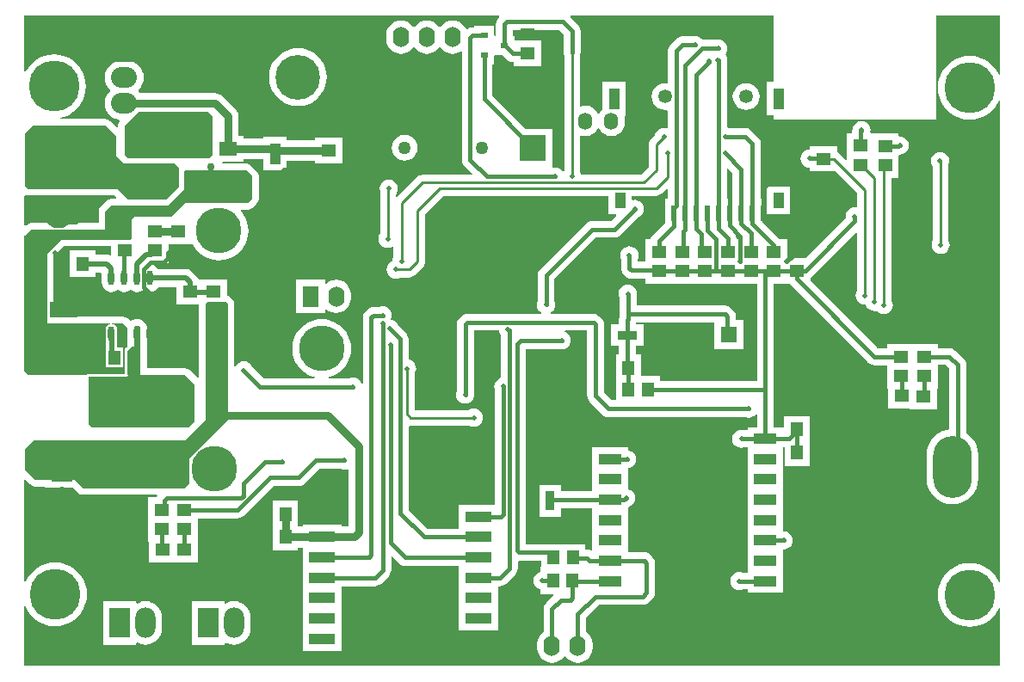
<source format=gtl>
G04*
G04 #@! TF.GenerationSoftware,Altium Limited,Altium Designer,20.2.6 (244)*
G04*
G04 Layer_Physical_Order=1*
G04 Layer_Color=255*
%FSTAX24Y24*%
%MOIN*%
G70*
G04*
G04 #@! TF.SameCoordinates,20AB1978-7CCD-4664-BF1E-2587ED644C09*
G04*
G04*
G04 #@! TF.FilePolarity,Positive*
G04*
G01*
G75*
%ADD12C,0.0100*%
%ADD22R,0.0394X0.0787*%
%ADD23R,0.0197X0.0591*%
%ADD24R,0.0394X0.0591*%
%ADD25R,0.0551X0.0472*%
%ADD26R,0.0350X0.0750*%
%ADD28R,0.1102X0.0433*%
%ADD29R,0.1024X0.0433*%
%ADD30R,0.0984X0.0984*%
%ADD31R,0.0550X0.0500*%
%ADD32R,0.0886X0.0394*%
%ADD33R,0.0472X0.0551*%
%ADD34R,0.1063X0.0630*%
%ADD35R,0.0630X0.1063*%
%ADD36O,0.0236X0.0571*%
%ADD37R,0.0394X0.0787*%
%ADD38R,0.0750X0.0350*%
G04:AMPARAMS|DCode=39|XSize=287.4mil|YSize=157.5mil|CornerRadius=0mil|HoleSize=0mil|Usage=FLASHONLY|Rotation=180.000|XOffset=0mil|YOffset=0mil|HoleType=Round|Shape=Octagon|*
%AMOCTAGOND39*
4,1,8,-0.1437,0.0394,-0.1437,-0.0394,-0.1043,-0.0787,0.1043,-0.0787,0.1437,-0.0394,0.1437,0.0394,0.1043,0.0787,-0.1043,0.0787,-0.1437,0.0394,0.0*
%
%ADD39OCTAGOND39*%

%ADD40R,0.0900X0.0640*%
%ADD41R,0.0709X0.0531*%
%ADD42R,0.0858X0.0675*%
%ADD80R,0.0276X0.0236*%
%ADD81C,0.0150*%
%ADD82C,0.0200*%
%ADD83C,0.0300*%
%ADD84C,0.0531*%
%ADD85O,0.0551X0.0669*%
%ADD86R,0.0630X0.0630*%
%ADD87R,0.0787X0.1181*%
%ADD88O,0.0787X0.1181*%
%ADD89O,0.1500X0.2400*%
%ADD90R,0.1500X0.2400*%
%ADD91O,0.0630X0.0787*%
%ADD92R,0.0630X0.0787*%
%ADD93C,0.0787*%
%ADD94C,0.1102*%
%ADD95R,0.1000X0.0800*%
%ADD96O,0.1000X0.0800*%
%ADD97C,0.1732*%
%ADD98R,0.0787X0.0787*%
%ADD99C,0.0200*%
%ADD100C,0.0300*%
%ADD101C,0.0500*%
%ADD102C,0.1772*%
%ADD103C,0.1969*%
G36*
X019226Y025514D02*
X019186Y025474D01*
X019134Y025406D01*
X019101Y025327D01*
X019095Y025285D01*
X01909Y025242D01*
Y024782D01*
X01903D01*
X019018Y024827D01*
Y025156D01*
X018242D01*
Y025116D01*
X018178D01*
X018135Y02511D01*
X018093Y025105D01*
X018014Y025072D01*
X017978Y025044D01*
X017975Y025043D01*
X017917Y025061D01*
X017903Y025094D01*
X017813Y025212D01*
X017695Y025302D01*
X017557Y025359D01*
X01741Y025379D01*
X017263Y025359D01*
X017125Y025302D01*
X017007Y025212D01*
X016942Y025126D01*
X016878D01*
X016813Y025212D01*
X016695Y025302D01*
X016557Y025359D01*
X01641Y025379D01*
X016263Y025359D01*
X016125Y025302D01*
X016007Y025212D01*
X015942Y025126D01*
X015878D01*
X015813Y025212D01*
X015695Y025302D01*
X015557Y025359D01*
X01541Y025379D01*
X015263Y025359D01*
X015125Y025302D01*
X015007Y025212D01*
X014917Y025094D01*
X01486Y024956D01*
X01484Y024809D01*
Y024651D01*
X01486Y024504D01*
X014917Y024366D01*
X015007Y024248D01*
X015125Y024158D01*
X015263Y024101D01*
X01541Y024081D01*
X015557Y024101D01*
X015695Y024158D01*
X015813Y024248D01*
X015878Y024334D01*
X015942D01*
X016007Y024248D01*
X016125Y024158D01*
X016263Y024101D01*
X01641Y024081D01*
X016557Y024101D01*
X016695Y024158D01*
X016813Y024248D01*
X016878Y024334D01*
X016942D01*
X017007Y024248D01*
X017125Y024158D01*
X017263Y024101D01*
X01741Y024081D01*
X017557Y024101D01*
X017695Y024158D01*
X017717Y024175D01*
X017762Y024153D01*
Y01998D01*
X017768Y019938D01*
X017773Y019895D01*
X017806Y019816D01*
X017858Y019748D01*
X018168Y019439D01*
X018148Y019393D01*
X01623D01*
X016152Y019382D01*
X016079Y019352D01*
X016016Y019304D01*
X015253Y018541D01*
X015203Y018561D01*
Y018627D01*
X015246Y018683D01*
X015281Y018769D01*
X015293Y01886D01*
X015281Y018951D01*
X015246Y019037D01*
X01519Y01911D01*
X015117Y019166D01*
X015031Y019201D01*
X01494Y019213D01*
X014849Y019201D01*
X014763Y019166D01*
X01469Y01911D01*
X014634Y019037D01*
X014599Y018951D01*
X014587Y01886D01*
X014597Y018781D01*
Y017091D01*
X014594Y017087D01*
X014559Y017001D01*
X014547Y01691D01*
X014559Y016819D01*
X014594Y016733D01*
X01465Y01666D01*
X014723Y016604D01*
X014809Y016569D01*
X0149Y016557D01*
X014991Y016569D01*
X015077Y016604D01*
X015083Y016609D01*
X015127Y016587D01*
Y016211D01*
X015124Y016207D01*
X015089Y016121D01*
X015079Y016045D01*
X015033Y016026D01*
X01496Y01597D01*
X014904Y015897D01*
X014869Y015811D01*
X014857Y01572D01*
X014869Y015629D01*
X014904Y015543D01*
X01496Y01547D01*
X015033Y015414D01*
X015119Y015379D01*
X01521Y015367D01*
X015301Y015379D01*
X015387Y015414D01*
X015391Y015417D01*
X01573D01*
X015808Y015428D01*
X015881Y015458D01*
X015944Y015506D01*
X016254Y015816D01*
X016302Y015879D01*
X016332Y015952D01*
X016343Y01603D01*
Y017875D01*
X017045Y018577D01*
X023451D01*
Y017859D01*
X02373D01*
X023749Y017813D01*
X023544Y017608D01*
X02282D01*
X022735Y017597D01*
X022656Y017564D01*
X022588Y017512D01*
X020798Y015722D01*
X020746Y015654D01*
X020713Y015575D01*
X020708Y015532D01*
X020702Y01549D01*
Y014483D01*
X020689Y014451D01*
X020677Y01436D01*
X020689Y014269D01*
X020724Y014183D01*
X02078Y01411D01*
X020849Y014058D01*
X020849Y014042D01*
X020835Y014008D01*
X017988D01*
X017945Y014002D01*
X017903Y013997D01*
X017824Y013964D01*
X017756Y013912D01*
X017668Y013824D01*
X017616Y013756D01*
X017583Y013677D01*
X017578Y013635D01*
X017572Y013592D01*
Y011003D01*
X017559Y010971D01*
X017547Y01088D01*
X017559Y010789D01*
X017594Y010703D01*
X01765Y01063D01*
X017723Y010574D01*
X017809Y010539D01*
X0179Y010527D01*
X017991Y010539D01*
X018077Y010574D01*
X01815Y01063D01*
X018206Y010703D01*
X018241Y010789D01*
X018253Y01088D01*
X018241Y010971D01*
X018228Y011003D01*
Y013352D01*
X019207D01*
X019212Y013316D01*
X019247Y013231D01*
X019277Y013191D01*
Y011526D01*
X019203Y011496D01*
X01913Y01144D01*
X019074Y011367D01*
X019039Y011281D01*
X019027Y01119D01*
X019039Y011099D01*
X019042Y011091D01*
Y006605D01*
X01766D01*
Y005679D01*
X016435D01*
X015698Y006416D01*
Y009642D01*
X015748Y009683D01*
X01579Y009677D01*
X018049D01*
X018053Y009674D01*
X018139Y009639D01*
X01823Y009627D01*
X018321Y009639D01*
X018407Y009674D01*
X01848Y00973D01*
X018536Y009803D01*
X018571Y009889D01*
X018583Y00998D01*
X018571Y010071D01*
X018536Y010157D01*
X01848Y01023D01*
X018407Y010286D01*
X018321Y010321D01*
X01823Y010333D01*
X018139Y010321D01*
X018053Y010286D01*
X018049Y010283D01*
X015953D01*
Y011699D01*
X015956Y011703D01*
X015991Y011789D01*
X016003Y01188D01*
X015991Y011971D01*
X015956Y012057D01*
X0159Y01213D01*
X015827Y012186D01*
X015741Y012221D01*
X015698Y012227D01*
Y01303D01*
X015687Y013115D01*
X015654Y013194D01*
X015602Y013262D01*
X015299Y013565D01*
X015286Y013597D01*
X01523Y01367D01*
X015157Y013726D01*
X015071Y013761D01*
X015051Y013764D01*
X015023Y013816D01*
X015041Y013859D01*
X015053Y01395D01*
X015041Y014041D01*
X015006Y014127D01*
X01495Y0142D01*
X014877Y014256D01*
X014791Y014291D01*
X0147Y014303D01*
X014609Y014291D01*
X014577Y014278D01*
X01435D01*
X014265Y014267D01*
X014186Y014234D01*
X014118Y014182D01*
X014028Y014092D01*
X013976Y014024D01*
X013943Y013945D01*
X013938Y013902D01*
X013932Y01386D01*
Y011303D01*
X013882Y011293D01*
X013856Y011357D01*
X0138Y01143D01*
X013727Y011486D01*
X013641Y011521D01*
X01355Y011533D01*
X013459Y011521D01*
X013427Y011508D01*
X01262D01*
X012615Y011558D01*
X012692Y011576D01*
X012857Y011645D01*
X01301Y011738D01*
X013146Y011854D01*
X013262Y01199D01*
X013355Y012143D01*
X013424Y012308D01*
X013465Y012482D01*
X013479Y01266D01*
X013465Y012838D01*
X013424Y013012D01*
X013355Y013177D01*
X013262Y01333D01*
X013146Y013466D01*
X01301Y013582D01*
X012857Y013675D01*
X012692Y013744D01*
X012518Y013785D01*
X01234Y013799D01*
X012162Y013785D01*
X011988Y013744D01*
X011823Y013675D01*
X01167Y013582D01*
X011534Y013466D01*
X011418Y01333D01*
X011325Y013177D01*
X011256Y013012D01*
X011215Y012838D01*
X011201Y01266D01*
X011215Y012482D01*
X011256Y012308D01*
X011325Y012143D01*
X011418Y01199D01*
X011534Y011854D01*
X01167Y011738D01*
X011823Y011645D01*
X011988Y011576D01*
X012065Y011558D01*
X01206Y011508D01*
X010086D01*
X009639Y011955D01*
X009626Y011987D01*
X00957Y01206D01*
X009497Y012116D01*
X009411Y012151D01*
X00932Y012163D01*
X009229Y012151D01*
X009143Y012116D01*
X00907Y01206D01*
X009014Y011987D01*
X009005Y011964D01*
X008955Y011974D01*
X008955Y01439D01*
X008935Y014488D01*
X00888Y01457D01*
X00881Y01464D01*
X008728Y014696D01*
X008666Y014708D01*
Y015344D01*
X007562D01*
X007536Y015407D01*
X00748Y01548D01*
X007324Y015635D01*
X007251Y015691D01*
X007166Y015727D01*
X007074Y015739D01*
X006011D01*
X005953Y015816D01*
X005876Y015875D01*
X005818Y015898D01*
X005807Y015957D01*
X005817Y015966D01*
X006416D01*
Y016716D01*
X007312D01*
X007352Y016692D01*
X007438Y01655D01*
X007554Y016414D01*
X00769Y016298D01*
X007843Y016205D01*
X008008Y016136D01*
X008182Y016095D01*
X00836Y016081D01*
X008538Y016095D01*
X008712Y016136D01*
X008877Y016205D01*
X00903Y016298D01*
X009166Y016414D01*
X009282Y01655D01*
X009375Y016703D01*
X009444Y016868D01*
X009485Y017042D01*
X009499Y01722D01*
X009485Y017398D01*
X009444Y017572D01*
X009375Y017737D01*
X009282Y01789D01*
X0092Y017985D01*
X009223Y018035D01*
X00948D01*
X009578Y018054D01*
X00966Y01811D01*
X00982Y01827D01*
X009875Y018352D01*
X009895Y01845D01*
Y01937D01*
X009875Y019468D01*
X00982Y01955D01*
X00962Y01975D01*
X009538Y019806D01*
X00944Y019825D01*
X008473D01*
X008468Y019834D01*
X008498Y019884D01*
X009314D01*
Y019996D01*
X010093D01*
Y019564D01*
X010987D01*
Y019932D01*
X012088D01*
Y01985D01*
X01314D01*
Y020822D01*
X012088D01*
Y020739D01*
X010987D01*
Y020852D01*
X010093D01*
Y020803D01*
X009314D01*
Y020915D01*
X009113D01*
Y02166D01*
X009113Y02166D01*
X0091Y021764D01*
X009059Y021862D01*
X008995Y021945D01*
X008995Y021945D01*
X008495Y022445D01*
X008412Y022509D01*
X008314Y02255D01*
X00821Y022563D01*
X00821Y022563D01*
X0053D01*
X005252Y022622D01*
X005236Y022635D01*
Y022685D01*
X005252Y022698D01*
X005333Y022797D01*
X005393Y02291D01*
X005431Y023033D01*
X005443Y02316D01*
X005431Y023287D01*
X005393Y02341D01*
X005333Y023523D01*
X005252Y023622D01*
X005153Y023703D01*
X00504Y023763D01*
X004917Y023801D01*
X00479Y023813D01*
X00459D01*
X004463Y023801D01*
X00434Y023763D01*
X004227Y023703D01*
X004128Y023622D01*
X004047Y023523D01*
X003987Y02341D01*
X003949Y023287D01*
X003937Y02316D01*
X003949Y023033D01*
X003987Y02291D01*
X004047Y022797D01*
X004128Y022698D01*
X004144Y022685D01*
Y022635D01*
X004128Y022622D01*
X004047Y022523D01*
X003987Y02241D01*
X003949Y022287D01*
X003937Y02216D01*
X003949Y022033D01*
X003987Y02191D01*
X004047Y021797D01*
X004128Y021698D01*
X004227Y021617D01*
X00434Y021557D01*
X004463Y021519D01*
X004504Y021515D01*
X004505Y021512D01*
X004516Y021464D01*
X004464Y021388D01*
X004445Y02129D01*
Y021241D01*
X004399Y021222D01*
X00414Y02148D01*
X004058Y021535D01*
X00396Y021555D01*
X002202D01*
X002196Y021605D01*
X002353Y021643D01*
X002532Y021717D01*
X002698Y021818D01*
X002845Y021945D01*
X002972Y022092D01*
X003073Y022258D01*
X003147Y022437D01*
X003193Y022626D01*
X003208Y02282D01*
X003193Y023014D01*
X003147Y023203D01*
X003073Y023382D01*
X002972Y023548D01*
X002845Y023695D01*
X002698Y023822D01*
X002532Y023923D01*
X002353Y023997D01*
X002164Y024043D01*
X00197Y024058D01*
X001776Y024043D01*
X001587Y023997D01*
X001408Y023923D01*
X001242Y023822D01*
X001095Y023695D01*
X000968Y023548D01*
X000873Y023391D01*
X000823Y023398D01*
Y02556D01*
X019207D01*
X019226Y025514D01*
D02*
G37*
G36*
X021712Y024844D02*
Y02414D01*
X021723Y024055D01*
X021737Y024021D01*
Y019548D01*
X021719Y01953D01*
X021654Y019535D01*
X021629Y019569D01*
X021556Y019625D01*
X02147Y01966D01*
X021379Y019672D01*
X021302Y019662D01*
X021271Y019698D01*
X021268Y019706D01*
Y021182D01*
X020247D01*
X018958Y022472D01*
Y023672D01*
X019018D01*
Y024001D01*
X01903Y024046D01*
X019342D01*
X019519Y023868D01*
X019587Y023816D01*
X019666Y023783D01*
X019751Y023772D01*
X019794D01*
Y023614D01*
X020846D01*
Y024586D01*
X019805D01*
Y024782D01*
X019745D01*
Y025002D01*
X021554D01*
X021712Y024844D01*
D02*
G37*
G36*
X038618Y023282D02*
X038568Y023272D01*
X038543Y023332D01*
X038442Y023498D01*
X038315Y023645D01*
X038168Y023772D01*
X038002Y023873D01*
X037823Y023947D01*
X037634Y023993D01*
X03744Y024008D01*
X037246Y023993D01*
X037057Y023947D01*
X036878Y023873D01*
X036712Y023772D01*
X036565Y023645D01*
X036438Y023498D01*
X036337Y023332D01*
X036263Y023153D01*
X036217Y022964D01*
X036202Y02277D01*
X036217Y022576D01*
X036263Y022387D01*
X036337Y022208D01*
X036438Y022042D01*
X036565Y021895D01*
X036712Y021768D01*
X036878Y021667D01*
X037057Y021593D01*
X037246Y021547D01*
X03744Y021532D01*
X037634Y021547D01*
X037823Y021593D01*
X038002Y021667D01*
X038168Y021768D01*
X038315Y021895D01*
X038442Y022042D01*
X038543Y022208D01*
X038568Y022268D01*
X038618Y022258D01*
Y003622D01*
X038568Y003612D01*
X038543Y003672D01*
X038442Y003838D01*
X038315Y003985D01*
X038168Y004112D01*
X038002Y004213D01*
X037823Y004287D01*
X037634Y004333D01*
X03744Y004348D01*
X037246Y004333D01*
X037057Y004287D01*
X036878Y004213D01*
X036712Y004112D01*
X036565Y003985D01*
X036438Y003838D01*
X036337Y003672D01*
X036263Y003493D01*
X036217Y003304D01*
X036202Y00311D01*
X036217Y002916D01*
X036263Y002727D01*
X036337Y002548D01*
X036438Y002382D01*
X036565Y002235D01*
X036712Y002108D01*
X036878Y002007D01*
X037057Y001933D01*
X037246Y001887D01*
X03744Y001872D01*
X037634Y001887D01*
X037823Y001933D01*
X038002Y002007D01*
X038168Y002108D01*
X038315Y002235D01*
X038442Y002382D01*
X038543Y002548D01*
X038568Y002608D01*
X038618Y002598D01*
Y000364D01*
X000823D01*
Y002651D01*
X000873Y002661D01*
X000907Y002578D01*
X001008Y002412D01*
X001135Y002265D01*
X001282Y002138D01*
X001448Y002037D01*
X001627Y001963D01*
X001816Y001917D01*
X00201Y001902D01*
X002204Y001917D01*
X002393Y001963D01*
X002572Y002037D01*
X002738Y002138D01*
X002885Y002265D01*
X003012Y002412D01*
X003113Y002578D01*
X003187Y002757D01*
X003233Y002946D01*
X003248Y00314D01*
X003233Y003334D01*
X003187Y003523D01*
X003113Y003702D01*
X003012Y003868D01*
X002885Y004015D01*
X002738Y004142D01*
X002572Y004243D01*
X002393Y004317D01*
X002204Y004363D01*
X00201Y004378D01*
X001816Y004363D01*
X001627Y004317D01*
X001448Y004243D01*
X001282Y004142D01*
X001135Y004015D01*
X001008Y003868D01*
X000907Y003702D01*
X000873Y003619D01*
X000823Y003629D01*
Y007552D01*
X000869Y007571D01*
X00105Y00739D01*
X001132Y007335D01*
X00123Y007315D01*
X001626D01*
Y007256D01*
X002723D01*
X00291Y00707D01*
X002992Y007015D01*
X00309Y006995D01*
X005945D01*
X005967Y00695D01*
X005956Y006936D01*
X005938Y006892D01*
X005608D01*
Y00592D01*
Y005171D01*
X005655D01*
Y00436D01*
X006705D01*
Y00437D01*
X007545D01*
Y005171D01*
X007548D01*
Y00592D01*
Y006078D01*
X009086D01*
X009128Y006084D01*
X009171Y006089D01*
X00925Y006122D01*
X009318Y006174D01*
X010476Y007332D01*
X01145D01*
X011492Y007338D01*
X011535Y007343D01*
X011614Y007376D01*
X011682Y007428D01*
X012246Y007992D01*
X013097D01*
X013129Y007979D01*
X01322Y007967D01*
X013311Y007979D01*
X013345Y007993D01*
X013387Y007965D01*
Y005754D01*
X01312D01*
Y005818D01*
X011597D01*
Y005754D01*
X011422D01*
Y005884D01*
Y006763D01*
X01045D01*
Y005712D01*
Y004833D01*
X011422D01*
Y004948D01*
X011597D01*
Y004097D01*
Y00331D01*
Y002522D01*
Y001735D01*
Y000948D01*
X01312D01*
Y001735D01*
Y002522D01*
Y00331D01*
Y003449D01*
X014396D01*
X014439Y003454D01*
X014481Y00346D01*
X01456Y003492D01*
X014628Y003545D01*
X014932Y003848D01*
X014984Y003916D01*
X015017Y003995D01*
X015028Y00408D01*
Y004593D01*
X015074Y004612D01*
X015355Y004332D01*
X015422Y00428D01*
X015501Y004247D01*
X015586Y004236D01*
X01766D01*
Y004097D01*
Y00331D01*
Y002522D01*
Y001735D01*
X019183D01*
Y002522D01*
Y00331D01*
Y003449D01*
X019256D01*
X019298Y003454D01*
X019341Y00346D01*
X01942Y003492D01*
X019488Y003545D01*
X019837Y003894D01*
X019889Y003961D01*
X019922Y004041D01*
X019933Y004125D01*
Y004385D01*
X019983Y004426D01*
X019988Y004426D01*
X020828D01*
Y00419D01*
X020818D01*
Y004007D01*
X020799Y004005D01*
X020713Y00397D01*
X02064Y003914D01*
X020584Y00384D01*
X020549Y003755D01*
X020537Y003664D01*
X020549Y003573D01*
X020584Y003487D01*
X02064Y003414D01*
X020713Y003358D01*
X020799Y003323D01*
X020818Y00332D01*
Y003138D01*
X021299D01*
X021319Y003092D01*
X021028Y002802D01*
X020976Y002734D01*
X020943Y002655D01*
X020938Y002612D01*
X020932Y00257D01*
Y001669D01*
X020857Y001612D01*
X020767Y001494D01*
X02071Y001356D01*
X02069Y001209D01*
Y001051D01*
X02071Y000904D01*
X020767Y000766D01*
X020857Y000648D01*
X020975Y000558D01*
X021113Y000501D01*
X02126Y000481D01*
X021407Y000501D01*
X021545Y000558D01*
X021663Y000648D01*
X021728Y000734D01*
X021792D01*
X021857Y000648D01*
X021975Y000558D01*
X022113Y000501D01*
X02226Y000481D01*
X022407Y000501D01*
X022545Y000558D01*
X022663Y000648D01*
X022753Y000766D01*
X02281Y000904D01*
X02283Y001051D01*
Y001209D01*
X02281Y001356D01*
X022753Y001494D01*
X022663Y001612D01*
X022588Y001669D01*
Y002244D01*
X023066Y002722D01*
X02477D01*
X024812Y002728D01*
X024855Y002733D01*
X024934Y002766D01*
X025002Y002818D01*
X025152Y002968D01*
X025204Y003036D01*
X025237Y003115D01*
X025242Y003158D01*
X025248Y0032D01*
Y00435D01*
X025237Y004434D01*
X025204Y004513D01*
X025152Y004581D01*
X025064Y004669D01*
X024996Y004721D01*
X024917Y004754D01*
X024875Y00476D01*
X024832Y004765D01*
X024213D01*
Y005565D01*
Y006353D01*
Y006511D01*
X024224Y006516D01*
X024271Y006552D01*
X024311Y006568D01*
X024384Y006624D01*
X02444Y006697D01*
X024475Y006783D01*
X024487Y006874D01*
X024475Y006965D01*
X02444Y00705D01*
X024384Y007124D01*
X024311Y00718D01*
X024226Y007215D01*
X024213Y007217D01*
Y007928D01*
Y008028D01*
X024257Y008033D01*
X024342Y008069D01*
X024415Y008125D01*
X024471Y008198D01*
X024507Y008283D01*
X024519Y008374D01*
X024507Y008466D01*
X024471Y008551D01*
X024415Y008624D01*
X024342Y00868D01*
X024257Y008715D01*
X024213Y008721D01*
Y008821D01*
X022827D01*
Y007928D01*
Y007127D01*
X021615D01*
Y007377D01*
X020765D01*
Y006127D01*
X021615D01*
Y006472D01*
X022827D01*
Y006353D01*
Y005565D01*
Y004846D01*
X022777Y004827D01*
X022705Y004857D01*
X022662Y004862D01*
X02262Y004868D01*
X022548D01*
Y005078D01*
X021174D01*
X021153Y005081D01*
X020228D01*
Y01264D01*
X021528D01*
X021536Y012637D01*
X021628Y012625D01*
X021719Y012637D01*
X021804Y012672D01*
X021877Y012728D01*
X021934Y012801D01*
X021969Y012886D01*
X021981Y012978D01*
X021969Y013069D01*
X021934Y013154D01*
X021877Y013227D01*
X021804Y013284D01*
X021759Y013302D01*
X021769Y013352D01*
X022622D01*
Y01083D01*
X022628Y010788D01*
X022633Y010745D01*
X022666Y010666D01*
X022718Y010598D01*
X023218Y010098D01*
X023286Y010046D01*
X023365Y010013D01*
X02345Y010002D01*
X028757D01*
X028789Y009989D01*
X02888Y009977D01*
X028971Y009989D01*
X029057Y010024D01*
X02913Y01008D01*
X029146Y010102D01*
X029196Y010085D01*
Y009609D01*
X028831D01*
Y009489D01*
X028721D01*
X028691Y009501D01*
X0286Y009513D01*
X028509Y009501D01*
X028423Y009466D01*
X02835Y00941D01*
X028294Y009337D01*
X028259Y009251D01*
X028247Y00916D01*
X028259Y009069D01*
X028294Y008983D01*
X02835Y00891D01*
X028423Y008854D01*
X028509Y008819D01*
X0286Y008807D01*
X028691Y008819D01*
X028725Y008833D01*
X028831D01*
Y008715D01*
Y007928D01*
Y00714D01*
Y006353D01*
Y005565D01*
Y004778D01*
Y003978D01*
X028645D01*
X028614Y003991D01*
X028522Y004003D01*
X028431Y003991D01*
X028346Y003956D01*
X028273Y0039D01*
X028217Y003827D01*
X028181Y003741D01*
X028169Y00365D01*
X028181Y003559D01*
X028217Y003473D01*
X028273Y0034D01*
X028346Y003344D01*
X028431Y003309D01*
X028522Y003297D01*
X028614Y003309D01*
X028645Y003322D01*
X028831D01*
Y003203D01*
X030217D01*
Y003991D01*
Y004851D01*
X03024Y004872D01*
X030331Y004884D01*
X030417Y004919D01*
X03049Y004975D01*
X030546Y005048D01*
X030581Y005133D01*
X030593Y005225D01*
X030581Y005316D01*
X030546Y005401D01*
X03049Y005474D01*
X030417Y005531D01*
X030331Y005566D01*
X03024Y005578D01*
X030217Y005598D01*
Y006353D01*
Y00714D01*
Y007928D01*
Y008715D01*
Y008834D01*
X030271D01*
Y008114D01*
X031244D01*
Y009165D01*
X031234D01*
Y010044D01*
X030261D01*
Y009622D01*
X030217Y009609D01*
Y009609D01*
X029852D01*
Y01107D01*
Y015178D01*
X03038D01*
Y015181D01*
X030462D01*
X03051Y01512D01*
X033525Y012104D01*
X033593Y012052D01*
X033672Y012019D01*
X033757Y012008D01*
X034248D01*
Y01185D01*
Y011101D01*
X034285D01*
Y01033D01*
X035125D01*
Y01031D01*
X036175D01*
Y011111D01*
X0362D01*
Y01186D01*
Y012018D01*
X036518D01*
X036652Y011884D01*
Y009523D01*
X036574Y009516D01*
X036385Y009458D01*
X036212Y009365D01*
X036059Y009241D01*
X035935Y009088D01*
X035842Y008915D01*
X035784Y008726D01*
X035765Y00853D01*
Y00763D01*
X035784Y007434D01*
X035842Y007245D01*
X035935Y007072D01*
X036059Y006919D01*
X036212Y006795D01*
X036385Y006702D01*
X036574Y006644D01*
X03677Y006625D01*
X036966Y006644D01*
X037155Y006702D01*
X037328Y006795D01*
X037481Y006919D01*
X037605Y007072D01*
X037698Y007245D01*
X037756Y007434D01*
X037775Y00763D01*
Y00853D01*
X037756Y008726D01*
X037698Y008915D01*
X037605Y009088D01*
X037481Y009241D01*
X037328Y009365D01*
X037308Y009376D01*
Y01202D01*
X037302Y012062D01*
X037297Y012105D01*
X037264Y012184D01*
X037212Y012252D01*
X036886Y012578D01*
X036818Y01263D01*
X036739Y012662D01*
X036697Y012668D01*
X036654Y012674D01*
X0362D01*
Y012832D01*
X035148D01*
Y012822D01*
X034248D01*
Y012664D01*
X033893D01*
X031267Y015289D01*
Y015411D01*
X0313Y015436D01*
X033031Y017168D01*
X033077Y017148D01*
Y014891D01*
X033074Y014887D01*
X033039Y014801D01*
X033027Y01471D01*
X033039Y014619D01*
X033074Y014533D01*
X03313Y01446D01*
X033203Y014404D01*
X033289Y014369D01*
X03338Y014357D01*
X033422Y014362D01*
X033454Y014283D01*
X03351Y01421D01*
X033583Y014154D01*
X033669Y014119D01*
X03376Y014107D01*
X03384Y014117D01*
X03386Y01409D01*
X033933Y014034D01*
X034019Y013999D01*
X03411Y013987D01*
X034201Y013999D01*
X034287Y014034D01*
X03436Y01409D01*
X034416Y014163D01*
X034451Y014249D01*
X034463Y01434D01*
X034451Y014431D01*
X034416Y014517D01*
X034413Y014521D01*
Y019268D01*
X034692D01*
Y020016D01*
Y020141D01*
X03473Y020177D01*
X034821Y020189D01*
X034907Y020224D01*
X03498Y02028D01*
X035036Y020353D01*
X035071Y020439D01*
X035083Y02053D01*
X035071Y020621D01*
X035036Y020707D01*
X03498Y02078D01*
X034907Y020836D01*
X034821Y020871D01*
X03473Y020883D01*
X034729Y020883D01*
X034692Y020916D01*
Y020989D01*
X033742D01*
Y021009D01*
X033627D01*
X033594Y021058D01*
X033603Y02113D01*
X033591Y021221D01*
X033556Y021307D01*
X0335Y02138D01*
X033427Y021436D01*
X033341Y021471D01*
X03325Y021483D01*
X033159Y021471D01*
X033073Y021436D01*
X033Y02138D01*
X032944Y021307D01*
X032909Y021221D01*
X032903Y021176D01*
X032899Y021167D01*
X032894Y021125D01*
X032888Y021083D01*
Y021009D01*
X03269D01*
Y019983D01*
X032644Y019964D01*
X032388Y02022D01*
X032326Y020268D01*
X03231Y020274D01*
Y020492D01*
X031258D01*
Y020389D01*
X03124Y020373D01*
X031149Y020361D01*
X031063Y020326D01*
X03099Y02027D01*
X030934Y020197D01*
X030899Y020111D01*
X030887Y02002D01*
X030899Y019929D01*
X030934Y019843D01*
X03099Y01977D01*
X031063Y019714D01*
X031149Y019679D01*
X03124Y019667D01*
X031258Y019651D01*
Y01952D01*
X032233D01*
X033077Y018675D01*
Y018158D01*
X03304Y018125D01*
X03299Y018132D01*
X032899Y01812D01*
X032813Y018085D01*
X03274Y018028D01*
X032684Y017955D01*
X032649Y01787D01*
X032637Y017779D01*
X032646Y01771D01*
X03109Y016154D01*
X03038D01*
Y016898D01*
X030085D01*
X029592Y017392D01*
X029592Y017392D01*
X029422Y017562D01*
X029365Y017619D01*
Y018459D01*
X029344D01*
Y020614D01*
X029338Y020656D01*
X029333Y020699D01*
X0293Y020778D01*
X029248Y020846D01*
X028982Y021112D01*
X028914Y021164D01*
X028835Y021197D01*
X028792Y021202D01*
X02875Y021208D01*
X028103D01*
X028071Y021221D01*
X028045Y021224D01*
Y02366D01*
X028037Y02372D01*
Y023804D01*
X028043Y02385D01*
X028031Y023941D01*
X027996Y024027D01*
X027967Y024063D01*
X028006Y024113D01*
X028041Y024199D01*
X028053Y02429D01*
X028041Y024381D01*
X028006Y024467D01*
X02795Y02454D01*
X027877Y024596D01*
X027791Y024631D01*
X0277Y024643D01*
X027609Y024631D01*
X027577Y024618D01*
X027097D01*
X02705Y02468D01*
X026977Y024736D01*
X026891Y024771D01*
X0268Y024783D01*
X026709Y024771D01*
X026677Y024758D01*
X0263D01*
X026258Y024752D01*
X026215Y024747D01*
X026136Y024714D01*
X026068Y024662D01*
X025848Y024442D01*
X025796Y024374D01*
X025763Y024295D01*
X025758Y024252D01*
X025752Y02421D01*
Y022962D01*
X025715Y022929D01*
X02563Y02294D01*
X025496Y022922D01*
X02537Y022871D01*
X025263Y022788D01*
X02518Y02268D01*
X025128Y022555D01*
X02511Y02242D01*
X025128Y022285D01*
X02518Y02216D01*
X025263Y022052D01*
X02537Y021969D01*
X025496Y021918D01*
X02563Y0219D01*
X025715Y021911D01*
X025752Y021878D01*
Y021221D01*
X025711Y021193D01*
X025691Y021201D01*
X0256Y021213D01*
X025509Y021201D01*
X025423Y021166D01*
X02535Y02111D01*
X025294Y021037D01*
X025259Y020951D01*
X025258Y020946D01*
X025086Y020774D01*
X025038Y020711D01*
X025008Y020638D01*
X024997Y02056D01*
Y019695D01*
X024695Y019393D01*
X022385D01*
X022381Y019421D01*
X022346Y019507D01*
X022343Y019511D01*
Y020897D01*
X022384Y020925D01*
X022423Y020909D01*
X02256Y020891D01*
X022697Y020909D01*
X022825Y020962D01*
X022935Y021046D01*
X023019Y021156D01*
X023035Y021194D01*
X023085D01*
X023101Y021156D01*
X023185Y021046D01*
X023295Y020962D01*
X023423Y020909D01*
X02356Y020891D01*
X023697Y020909D01*
X023825Y020962D01*
X023935Y021046D01*
X024019Y021156D01*
X024072Y021284D01*
X02409Y021421D01*
Y021539D01*
X024076Y021648D01*
X024109Y021698D01*
X024109D01*
Y022985D01*
X023215D01*
Y021937D01*
X023185Y021914D01*
X023101Y021804D01*
X023085Y021766D01*
X023035D01*
X023019Y021804D01*
X022935Y021914D01*
X022825Y021998D01*
X022697Y022051D01*
X02256Y022069D01*
X022423Y022051D01*
X022384Y022035D01*
X022343Y022063D01*
Y024021D01*
X022357Y024055D01*
X022368Y02414D01*
Y02498D01*
X022357Y025065D01*
X022324Y025144D01*
X022272Y025212D01*
X021969Y025514D01*
X021988Y02556D01*
X02985D01*
Y022985D01*
X029593D01*
Y021698D01*
X02985D01*
Y021533D01*
X036132D01*
Y02556D01*
X038618D01*
Y023282D01*
D02*
G37*
G36*
X0081Y02168D02*
Y02016D01*
X00797Y02003D01*
X00483D01*
X0047Y02016D01*
Y02129D01*
X00526Y02185D01*
X00793D01*
X0081Y02168D01*
D02*
G37*
G36*
X00437Y02089D02*
Y02015D01*
X00469Y01983D01*
X00662D01*
X00663Y01984D01*
X00682Y01965D01*
Y01894D01*
X0063Y01842D01*
X00484D01*
X00442Y01884D01*
X00096D01*
X00083Y01897D01*
Y02098D01*
X00115Y0213D01*
X00396D01*
X00437Y02089D01*
D02*
G37*
G36*
X00096Y018585D02*
X004314D01*
X004388Y018511D01*
X004369Y018465D01*
X00418D01*
X004082Y018446D01*
X004Y01839D01*
X00377Y01816D01*
X003715Y018078D01*
X003695Y01798D01*
Y017525D01*
X00108D01*
X000982Y017506D01*
X0009Y01745D01*
X000869Y017419D01*
X000823Y017438D01*
Y018576D01*
X000873Y018602D01*
X00096Y018585D01*
D02*
G37*
G36*
X028255Y019481D02*
Y018459D01*
X028235D01*
Y017368D01*
X028285D01*
X028296Y017342D01*
X028348Y017274D01*
X028638Y016984D01*
Y016898D01*
X028405D01*
Y016933D01*
X028394Y017018D01*
X028361Y017097D01*
X028309Y017165D01*
X028065Y017408D01*
Y018459D01*
X028045D01*
Y019626D01*
X028091Y019645D01*
X028255Y019481D01*
D02*
G37*
G36*
X00417Y016307D02*
X004129Y01628D01*
X004101Y016291D01*
X00401Y016303D01*
X003566D01*
Y016476D01*
X002594D01*
Y015424D01*
X003566D01*
Y015597D01*
X003787D01*
X00382Y015559D01*
X003819Y015553D01*
Y015218D01*
X003831Y015122D01*
X003868Y015033D01*
X003927Y014956D01*
X004004Y014897D01*
X004094Y01486D01*
X00419Y014847D01*
X004286Y01486D01*
X004376Y014897D01*
X00444Y014946D01*
X004504Y014897D01*
X004594Y01486D01*
X00469Y014847D01*
X004786Y01486D01*
X004876Y014897D01*
X00494Y014946D01*
X005004Y014897D01*
X005094Y01486D01*
X00519Y014847D01*
X005286Y01486D01*
X005376Y014897D01*
X00544Y014946D01*
X005504Y014897D01*
X005594Y01486D01*
X00569Y014847D01*
X005786Y01486D01*
X005876Y014897D01*
X005953Y014956D01*
X006011Y015033D01*
X006724D01*
Y014372D01*
X007574D01*
X007575Y01437D01*
Y011541D01*
X007529Y011522D01*
X00723Y01182D01*
X007148Y011875D01*
X00705Y011895D01*
X005565Y011895D01*
X005565Y0135D01*
X005545Y013598D01*
X00549Y01368D01*
X00546Y01371D01*
X005378Y013765D01*
X00528Y013785D01*
X0051D01*
X005002Y013765D01*
X004938Y013722D01*
X00484Y01382D01*
X004758Y013875D01*
X00466Y013895D01*
X001955D01*
Y016224D01*
X002356Y016625D01*
X00417D01*
Y016307D01*
D02*
G37*
G36*
X025752Y018829D02*
Y018459D01*
X025636D01*
Y01753D01*
X025179Y017072D01*
X025127Y017004D01*
X025094Y016925D01*
X02509Y016898D01*
X024885D01*
Y016022D01*
X024586D01*
Y016149D01*
X024599Y016181D01*
X024611Y016272D01*
X024599Y016364D01*
X024563Y016449D01*
X024507Y016522D01*
X024434Y016578D01*
X024349Y016613D01*
X024258Y016625D01*
X024166Y016613D01*
X024081Y016578D01*
X024008Y016522D01*
X023952Y016449D01*
X023917Y016364D01*
X023905Y016272D01*
X023917Y016181D01*
X02393Y016149D01*
Y015782D01*
X023935Y015739D01*
X023941Y015697D01*
X023974Y015618D01*
X024026Y01555D01*
X024114Y015462D01*
X024182Y01541D01*
X024261Y015377D01*
X024303Y015372D01*
X024346Y015366D01*
X024885D01*
Y015178D01*
X029196D01*
Y011388D01*
X025456D01*
Y011586D01*
X024704D01*
Y012433D01*
X02451D01*
Y012753D01*
X024807D01*
Y013603D01*
X02451D01*
Y013672D01*
X027535D01*
Y012625D01*
X028665D01*
Y013755D01*
X028378D01*
Y013912D01*
X028372Y013955D01*
X028367Y013997D01*
X028334Y014076D01*
X028282Y014144D01*
X028194Y014232D01*
X028126Y014284D01*
X028047Y014317D01*
X028005Y014322D01*
X027962Y014328D01*
X024528D01*
Y014657D01*
X024541Y014689D01*
X024553Y01478D01*
X024541Y014871D01*
X024506Y014957D01*
X02445Y01503D01*
X024377Y015086D01*
X024291Y015121D01*
X0242Y015133D01*
X024109Y015121D01*
X024023Y015086D01*
X02395Y01503D01*
X023894Y014957D01*
X023859Y014871D01*
X023847Y01478D01*
X023859Y014689D01*
X023872Y014657D01*
Y013873D01*
X023865Y013857D01*
X02386Y013814D01*
X023854Y013772D01*
Y013603D01*
X023557D01*
Y012753D01*
X023854D01*
Y012433D01*
X023731D01*
Y011382D01*
X023736D01*
Y010658D01*
X023586D01*
X023278Y010966D01*
Y013592D01*
X023272Y013635D01*
X023267Y013677D01*
X023234Y013756D01*
X023182Y013824D01*
X023094Y013912D01*
X023026Y013964D01*
X022947Y013997D01*
X022905Y014002D01*
X022862Y014008D01*
X021225D01*
X021211Y014042D01*
X021211Y014058D01*
X02128Y01411D01*
X021336Y014183D01*
X021371Y014269D01*
X021383Y01436D01*
X021371Y014451D01*
X021358Y014483D01*
Y015354D01*
X022956Y016952D01*
X02368D01*
X023722Y016958D01*
X023765Y016963D01*
X023844Y016996D01*
X023912Y017048D01*
X024615Y017751D01*
X024647Y017764D01*
X02472Y01782D01*
X024776Y017893D01*
X024811Y017979D01*
X024823Y01807D01*
X024811Y018161D01*
X024776Y018247D01*
X02472Y01832D01*
X024647Y018376D01*
X024561Y018411D01*
X02447Y018423D01*
X024395Y018413D01*
X024345Y018445D01*
Y018577D01*
X02531D01*
X025388Y018588D01*
X025461Y018618D01*
X025524Y018666D01*
X025706Y018848D01*
X025752Y018829D01*
D02*
G37*
G36*
X00964Y01937D02*
Y01845D01*
X00948Y01829D01*
X00706D01*
X00654Y01777D01*
X00509D01*
X00497Y01765D01*
Y01694D01*
X00491Y01688D01*
X00225D01*
X0017Y01633D01*
Y01364D01*
X00466D01*
X00482Y01348D01*
Y012714D01*
X004791Y012686D01*
X004724D01*
Y012599D01*
X004718Y01257D01*
Y011682D01*
X0033D01*
X003261Y011674D01*
X003228Y011652D01*
X003213Y01163D01*
X00098D01*
X000823Y011787D01*
Y01318D01*
X000823D01*
X000823Y01704D01*
X00085Y01704D01*
X00108Y01727D01*
X00395D01*
Y01798D01*
X00418Y01821D01*
X00638D01*
X00702Y01885D01*
Y01955D01*
X00704Y01957D01*
X00944D01*
X00964Y01937D01*
D02*
G37*
G36*
X00531Y0135D02*
X00531Y01164D01*
X00705Y01164D01*
X00742Y01127D01*
Y00984D01*
X00718Y0096D01*
X00342D01*
X0033Y00972D01*
Y01158D01*
X00477D01*
X00483Y01164D01*
X00482Y01165D01*
Y01257D01*
X00497Y01272D01*
X00507D01*
Y0135D01*
X0051Y01353D01*
X00528D01*
X00531Y0135D01*
D02*
G37*
G36*
X0087Y01439D02*
X0087Y00989D01*
X0072Y00839D01*
Y00742D01*
X00703Y00725D01*
X00309D01*
X00277Y00757D01*
X00123D01*
X00083Y00797D01*
Y00876D01*
X00118Y00911D01*
X00704D01*
X00783Y0099D01*
Y01437D01*
X00792Y01446D01*
X00863D01*
X0087Y01439D01*
D02*
G37*
%LPC*%
G36*
X01142Y0243D02*
X011245Y024286D01*
X011074Y024245D01*
X010912Y024178D01*
X010762Y024086D01*
X010628Y023972D01*
X010514Y023838D01*
X010422Y023688D01*
X010355Y023526D01*
X010314Y023355D01*
X0103Y02318D01*
X010314Y023005D01*
X010355Y022834D01*
X010422Y022672D01*
X010514Y022522D01*
X010628Y022388D01*
X010762Y022274D01*
X010912Y022182D01*
X011074Y022115D01*
X011245Y022074D01*
X01142Y02206D01*
X011595Y022074D01*
X011766Y022115D01*
X011928Y022182D01*
X012078Y022274D01*
X012212Y022388D01*
X012326Y022522D01*
X012418Y022672D01*
X012485Y022834D01*
X012526Y023005D01*
X01254Y02318D01*
X012526Y023355D01*
X012485Y023526D01*
X012418Y023688D01*
X012326Y023838D01*
X012212Y023972D01*
X012078Y024086D01*
X011928Y024178D01*
X011766Y024245D01*
X011595Y024286D01*
X01142Y0243D01*
D02*
G37*
G36*
X015555Y020944D02*
X015424Y020927D01*
X015303Y020877D01*
X015198Y020797D01*
X015118Y020692D01*
X015068Y020571D01*
X015051Y02044D01*
X015068Y020309D01*
X015118Y020188D01*
X015198Y020083D01*
X015303Y020003D01*
X015424Y019953D01*
X015555Y019936D01*
X015686Y019953D01*
X015807Y020003D01*
X015912Y020083D01*
X015992Y020188D01*
X016042Y020309D01*
X016059Y02044D01*
X016042Y020571D01*
X015992Y020692D01*
X015912Y020797D01*
X015807Y020877D01*
X015686Y020927D01*
X015555Y020944D01*
D02*
G37*
G36*
X0129Y015329D02*
X012753Y015309D01*
X012615Y015252D01*
X012515Y015175D01*
X012465Y015198D01*
Y015324D01*
X011335D01*
Y014036D01*
X012465D01*
Y014162D01*
X012515Y014185D01*
X012615Y014108D01*
X012753Y014051D01*
X0129Y014031D01*
X013047Y014051D01*
X013185Y014108D01*
X013303Y014198D01*
X013393Y014316D01*
X01345Y014454D01*
X01347Y014601D01*
Y014759D01*
X01345Y014906D01*
X013393Y015044D01*
X013303Y015162D01*
X013185Y015252D01*
X013047Y015309D01*
X0129Y015329D01*
D02*
G37*
G36*
X02878Y02294D02*
X028645Y022922D01*
X02852Y022871D01*
X028412Y022788D01*
X02833Y02268D01*
X028278Y022555D01*
X02826Y02242D01*
X028278Y022285D01*
X02833Y02216D01*
X028412Y022052D01*
X02852Y021969D01*
X028645Y021918D01*
X02878Y0219D01*
X028915Y021918D01*
X02904Y021969D01*
X029148Y022052D01*
X02923Y02216D01*
X029282Y022285D01*
X0293Y02242D01*
X029282Y022555D01*
X02923Y02268D01*
X029148Y022788D01*
X02904Y022871D01*
X028915Y022922D01*
X02878Y02294D01*
D02*
G37*
G36*
X030487Y01895D02*
X029593D01*
Y017859D01*
X030487D01*
Y01895D01*
D02*
G37*
G36*
X03629Y020283D02*
X036199Y020271D01*
X036113Y020236D01*
X03604Y02018D01*
X035984Y020107D01*
X035949Y020021D01*
X035937Y01993D01*
X035949Y019839D01*
X035984Y019753D01*
X036017Y01971D01*
Y016861D01*
X036014Y016857D01*
X035979Y016771D01*
X035967Y01668D01*
X035979Y016589D01*
X036014Y016503D01*
X03607Y01643D01*
X036143Y016374D01*
X036229Y016339D01*
X03632Y016327D01*
X036411Y016339D01*
X036497Y016374D01*
X03657Y01643D01*
X036626Y016503D01*
X036661Y016589D01*
X036673Y01668D01*
X036661Y016771D01*
X036626Y016857D01*
X036623Y016861D01*
Y019818D01*
X036631Y019839D01*
X036643Y01993D01*
X036631Y020021D01*
X036596Y020107D01*
X03654Y02018D01*
X036467Y020236D01*
X036381Y020271D01*
X03629Y020283D01*
D02*
G37*
G36*
X00894Y002864D02*
X008814Y002851D01*
X008692Y002814D01*
X008627Y002779D01*
X008584Y002805D01*
Y002861D01*
X007296D01*
Y001179D01*
X008584D01*
Y001235D01*
X008627Y001261D01*
X008692Y001226D01*
X008814Y001189D01*
X00894Y001176D01*
X009066Y001189D01*
X009188Y001226D01*
X009299Y001285D01*
X009397Y001366D01*
X009478Y001464D01*
X009538Y001576D01*
X009574Y001697D01*
X009587Y001823D01*
Y002217D01*
X009574Y002343D01*
X009538Y002464D01*
X009478Y002576D01*
X009397Y002674D01*
X009299Y002755D01*
X009188Y002814D01*
X009066Y002851D01*
X00894Y002864D01*
D02*
G37*
G36*
X00551D02*
X005384Y002851D01*
X005262Y002814D01*
X005197Y002779D01*
X005154Y002805D01*
Y002861D01*
X003866D01*
Y001179D01*
X005154D01*
Y001235D01*
X005197Y001261D01*
X005262Y001226D01*
X005384Y001189D01*
X00551Y001176D01*
X005636Y001189D01*
X005758Y001226D01*
X005869Y001285D01*
X005967Y001366D01*
X006048Y001464D01*
X006108Y001576D01*
X006144Y001697D01*
X006157Y001823D01*
Y002217D01*
X006144Y002343D01*
X006108Y002464D01*
X006048Y002576D01*
X005967Y002674D01*
X005869Y002755D01*
X005758Y002814D01*
X005636Y002851D01*
X00551Y002864D01*
D02*
G37*
G36*
X00419Y01363D02*
X004105Y013613D01*
X004033Y013565D01*
X003985Y013492D01*
X003968Y013407D01*
Y013073D01*
X003985Y012988D01*
X003993Y012975D01*
Y012686D01*
X003976D01*
Y011934D01*
X004648D01*
Y012686D01*
X004401D01*
Y013015D01*
X004412Y013073D01*
Y013407D01*
X004395Y013492D01*
X004347Y013565D01*
X004275Y013613D01*
X00419Y01363D01*
D02*
G37*
%LPD*%
D12*
X0149Y01882D02*
X01494Y01886D01*
X0149Y01691D02*
Y01882D01*
X01565Y01012D02*
Y01188D01*
X01579Y00998D02*
X01823D01*
X01565Y01012D02*
X01579Y00998D01*
X034166Y019754D02*
X03419Y01973D01*
X031784Y020006D02*
X032174D01*
X033216Y019774D02*
X033255D01*
X03411Y01434D02*
Y01965D01*
X03419Y01973D01*
X033255Y019774D02*
X03376Y01927D01*
Y01446D02*
Y01927D01*
X032174Y020006D02*
X03338Y0188D01*
Y01471D02*
Y0188D01*
X03629Y01993D02*
X03632Y0199D01*
Y01668D02*
Y0199D01*
X02204Y01933D02*
Y02414D01*
X02531Y01888D02*
X02573Y0193D01*
X01692Y01888D02*
X02531D01*
X02573Y0193D02*
Y02022D01*
X02769Y02385D02*
X027709Y023831D01*
Y023668D02*
X027717Y02366D01*
X02482Y01909D02*
X0253Y01957D01*
Y02056D02*
X0256Y02086D01*
X0253Y01957D02*
Y02056D01*
X01604Y018D02*
X01692Y01888D01*
X01543Y01829D02*
X01623Y01909D01*
X02482D01*
X01604Y01603D02*
Y018D01*
X01573Y01572D02*
X01604Y01603D01*
X01521Y01572D02*
X01573D01*
X01543Y01603D02*
Y01829D01*
D22*
X03004Y022341D02*
D03*
X023662D02*
D03*
D23*
X029016Y017914D02*
D03*
X028583D02*
D03*
X027717D02*
D03*
X027284D02*
D03*
X026851D02*
D03*
X026418D02*
D03*
X025985D02*
D03*
X029449D02*
D03*
X02815D02*
D03*
D24*
X023898Y018404D02*
D03*
X03004D02*
D03*
D25*
X030741Y016416D02*
D03*
Y015668D02*
D03*
X026299Y016412D02*
D03*
Y015664D02*
D03*
X027188Y016412D02*
D03*
Y015664D02*
D03*
X028077Y016412D02*
D03*
Y015664D02*
D03*
X028966Y016412D02*
D03*
Y015664D02*
D03*
X025411Y016412D02*
D03*
Y015664D02*
D03*
X007023Y006406D02*
D03*
Y005658D02*
D03*
X006134D02*
D03*
Y006406D02*
D03*
X035674Y012346D02*
D03*
Y011598D02*
D03*
X031784Y019258D02*
D03*
Y020006D02*
D03*
X02032Y0241D02*
D03*
Y024848D02*
D03*
X012614Y019588D02*
D03*
X006786Y016454D02*
D03*
X00725Y01411D02*
D03*
X033216Y020522D02*
D03*
Y019774D02*
D03*
X034166Y020502D02*
D03*
Y019754D02*
D03*
X034774Y011588D02*
D03*
Y012336D02*
D03*
X029855Y016412D02*
D03*
Y015664D02*
D03*
X00725Y014858D02*
D03*
X00814D02*
D03*
Y01411D02*
D03*
X006786Y017202D02*
D03*
X004696D02*
D03*
Y016454D02*
D03*
X00589Y0172D02*
D03*
Y016452D02*
D03*
X012614Y020336D02*
D03*
D26*
X02119Y006752D02*
D03*
Y009508D02*
D03*
D28*
X012398Y006926D02*
D03*
D29*
X012358Y006138D02*
D03*
Y005351D02*
D03*
Y004564D02*
D03*
Y003776D02*
D03*
Y002989D02*
D03*
Y002201D02*
D03*
Y001414D02*
D03*
X018421D02*
D03*
Y002201D02*
D03*
Y002989D02*
D03*
Y003776D02*
D03*
Y004564D02*
D03*
Y005351D02*
D03*
Y006138D02*
D03*
Y006926D02*
D03*
D30*
X020526Y02044D02*
D03*
X013754D02*
D03*
D31*
X00702Y00487D02*
D03*
Y00397D02*
D03*
X03565Y01081D02*
D03*
Y00991D02*
D03*
X00618Y00396D02*
D03*
Y00486D02*
D03*
X03481Y00993D02*
D03*
Y01083D02*
D03*
D32*
X029524Y009162D02*
D03*
Y008374D02*
D03*
Y007587D02*
D03*
Y0068D02*
D03*
Y006012D02*
D03*
Y005225D02*
D03*
Y004437D02*
D03*
Y00365D02*
D03*
X02352D02*
D03*
Y004437D02*
D03*
Y005225D02*
D03*
Y006012D02*
D03*
Y0068D02*
D03*
Y007587D02*
D03*
Y008374D02*
D03*
Y009162D02*
D03*
D33*
X021314Y004553D02*
D03*
X022062D02*
D03*
X021304Y003664D02*
D03*
X022052D02*
D03*
X010936Y005359D02*
D03*
X010188D02*
D03*
X002332Y01595D02*
D03*
X010188Y006237D02*
D03*
X031506Y00864D02*
D03*
X031496Y009519D02*
D03*
X024966Y011908D02*
D03*
X024218D02*
D03*
X024222Y01106D02*
D03*
X02497D02*
D03*
X030748Y009519D02*
D03*
X030758Y00864D02*
D03*
X010936Y006237D02*
D03*
X00308Y01595D02*
D03*
X00506Y01231D02*
D03*
X004312D02*
D03*
D34*
X00234Y014151D02*
D03*
Y013049D02*
D03*
D35*
X007249Y01279D02*
D03*
X008351D02*
D03*
D36*
X00569Y01324D02*
D03*
X00419D02*
D03*
X00469D02*
D03*
X00519D02*
D03*
X00419Y015386D02*
D03*
X00469D02*
D03*
X00519D02*
D03*
X00569D02*
D03*
D37*
X01054Y018673D02*
D03*
Y020208D02*
D03*
D38*
X026938Y013178D02*
D03*
X024182D02*
D03*
D39*
X00537Y00808D02*
D03*
Y01058D02*
D03*
D40*
X00748Y01892D02*
D03*
Y02046D02*
D03*
D41*
X00871Y020399D02*
D03*
Y019081D02*
D03*
D42*
X00568Y018887D02*
D03*
Y020413D02*
D03*
D80*
X019417Y024414D02*
D03*
X01863Y024788D02*
D03*
Y02404D02*
D03*
D81*
X00469Y01276D02*
Y01324D01*
X03034Y01605D02*
X030354D01*
X030424Y01612D02*
X030446D01*
X030354Y01605D02*
X030424Y01612D01*
X029827Y019258D02*
X031784D01*
X029449Y017914D02*
Y01888D01*
Y017839D02*
Y017914D01*
X006329Y014131D02*
X00635Y01411D01*
X00544Y01502D02*
X006329Y014131D01*
X011586Y006935D02*
X0116Y006949D01*
X012194Y006926D02*
X01238Y00674D01*
X0124Y006138D02*
Y00653D01*
X01238Y00674D02*
Y006926D01*
X02368Y01728D02*
X02447Y01807D01*
X02103Y01549D02*
X02282Y01728D01*
X02368D01*
X02103Y01436D02*
Y01549D01*
X01211Y00832D02*
X01322D01*
X01145Y00766D02*
X01211Y00832D01*
X029523Y009161D02*
X029524Y009162D01*
X028601Y009161D02*
X029523D01*
X0286Y00916D02*
X028601Y009161D01*
X029524Y015664D02*
Y015664D01*
Y01107D02*
Y015664D01*
Y009162D02*
Y01107D01*
X02497Y01106D02*
X029514D01*
X029524Y01107D01*
X024258Y015782D02*
Y016272D01*
Y015782D02*
X024346Y015694D01*
X025381D01*
X027962Y014D02*
X02805Y013912D01*
Y01324D02*
Y013912D01*
X0242Y014D02*
X027962D01*
X03064Y016517D02*
Y01686D01*
X029685Y017815D02*
X03064Y01686D01*
Y016517D02*
X030741Y016416D01*
X029449Y017839D02*
X029473Y017815D01*
X029685D01*
X030446Y01612D02*
X030541Y016215D01*
Y016255D01*
X030702Y016416D01*
X03177Y02002D02*
X031784Y020006D01*
X03124Y02002D02*
X03177D01*
X0179Y013592D02*
X017988Y01368D01*
X02295Y01083D02*
Y013592D01*
X0179Y01088D02*
Y013592D01*
X022862Y01368D02*
X02295Y013592D01*
X017988Y01368D02*
X022862D01*
X018421Y003776D02*
X019256D01*
X019605Y004125D01*
Y013355D01*
X019553Y013407D02*
X019605Y013355D01*
X02345Y01033D02*
X02888D01*
X02295Y01083D02*
X02345Y01033D01*
X01937Y00623D02*
Y01118D01*
X01938Y01119D01*
X019279Y006138D02*
X01937Y00623D01*
X018421Y006138D02*
X019279D01*
X0199Y01283D02*
X020038Y012968D01*
X0199Y004841D02*
X019988Y004753D01*
X021153D01*
X0199Y004841D02*
Y01283D01*
X020038Y012968D02*
X021618D01*
X021628Y012978D01*
X021314Y004553D02*
Y004592D01*
X021153Y004753D02*
X021314Y004592D01*
X00995Y01118D02*
X01355D01*
X00932Y01181D02*
X00995Y01118D01*
X01501Y00514D02*
X015586Y004564D01*
X01501Y00514D02*
Y01279D01*
X00814Y013001D02*
Y01411D01*
Y013001D02*
X008351Y01279D01*
X01034Y00766D02*
X01145D01*
X009086Y006406D02*
X01034Y00766D01*
X007023Y006406D02*
X009086D01*
X009222Y00686D02*
X00931Y006948D01*
Y00744D02*
X01015Y00828D01*
X006328Y00686D02*
X009222D01*
X00931Y006948D02*
Y00744D01*
X010188Y006237D02*
Y006862D01*
X011555Y006935D02*
X011586D01*
X011541Y00695D02*
X011555Y006935D01*
X010276Y00695D02*
X011541D01*
X010188Y006862D02*
X010276Y00695D01*
X0116Y006926D02*
X012194D01*
X0242Y01379D02*
Y01478D01*
X024182Y013772D02*
X0242Y01379D01*
X025381Y015694D02*
X025411Y015664D01*
X01809Y01998D02*
X018751Y019319D01*
X018178Y024788D02*
X01863D01*
X01809Y01998D02*
Y0247D01*
X018178Y024788D01*
X018751Y019319D02*
X021379D01*
X02169Y02533D02*
X02204Y02498D01*
Y02414D02*
Y02498D01*
X024182Y011908D02*
Y013178D01*
X01498Y01342D02*
X01537Y01303D01*
Y00628D02*
Y01303D01*
Y00628D02*
X016299Y005351D01*
X015586Y004564D02*
X018421D01*
X012358Y003776D02*
X014396D01*
X0147Y00408D01*
Y01363D01*
X01426Y004652D02*
Y01386D01*
X01435Y01395D01*
X0147D01*
X012358Y004564D02*
X014172D01*
X01426Y004652D01*
X03677Y00808D02*
X03698Y00829D01*
Y01202D01*
X035674Y012346D02*
X036654D01*
X03698Y01202D01*
X02798Y02088D02*
X02875D01*
X029016Y020614D01*
Y017914D02*
Y020614D01*
X02815Y01742D02*
X02856Y01701D01*
X026418Y023628D02*
X02708Y02429D01*
X0277D01*
X026851Y017914D02*
Y023271D01*
X02735Y02377D02*
Y02379D01*
X027717Y017914D02*
Y02366D01*
X02815Y01742D02*
Y017914D01*
X02608Y02421D02*
X0263Y02443D01*
X0268D01*
X026851Y023271D02*
X02735Y02377D01*
X027709Y023668D02*
Y023831D01*
X02856Y01605D02*
Y01701D01*
X025985Y018111D02*
X02608Y018206D01*
Y02421D01*
X026418Y017914D02*
Y023628D01*
X02798Y02022D02*
X028583Y019617D01*
Y017914D02*
Y019617D01*
Y017506D02*
Y017914D01*
X02858Y017506D02*
X028966Y01712D01*
Y016924D02*
Y01712D01*
Y016412D02*
Y016924D01*
X029017Y017503D02*
X02919Y01733D01*
X029855Y016412D02*
Y016665D01*
X02936Y01716D02*
X029855Y016665D01*
X02919Y01733D02*
X02936Y01716D01*
X029449Y01888D02*
X029827Y019258D01*
X027717Y017293D02*
Y017914D01*
X028077Y016412D02*
Y016933D01*
X027717Y017293D02*
X028077Y016933D01*
X026851Y017299D02*
Y017914D01*
Y017299D02*
X02706Y01709D01*
Y01654D02*
Y01709D01*
Y01654D02*
X027188Y016412D01*
X025985Y017415D02*
Y018111D01*
X025411Y016412D02*
Y016841D01*
X025985Y017415D01*
X026418Y017278D02*
Y017914D01*
X02633Y016443D02*
Y01719D01*
X026418Y017278D01*
X027284Y017226D02*
Y017914D01*
X02762Y015664D02*
Y01689D01*
X027284Y017226D02*
X02762Y01689D01*
X029016Y017914D02*
X029017Y017913D01*
Y017503D02*
Y017913D01*
X026299Y016412D02*
X02633Y016443D01*
X0208Y024848D02*
X02115Y024498D01*
X02032Y024848D02*
X0208D01*
X019417Y024414D02*
Y025242D01*
X019505Y02533D01*
X02169D01*
X019417Y024414D02*
X019437D01*
X019751Y0241D01*
X02032D01*
X026876Y01324D02*
X026938Y013178D01*
X02507Y01324D02*
X026876D01*
X024966Y011908D02*
Y013136D01*
X02507Y01324D01*
X027188Y015664D02*
X027188Y015664D01*
X02759Y015664D02*
X028077D01*
X027188Y015664D02*
X02759D01*
X028966Y015664D02*
X029524D01*
X028077D02*
X028966D01*
X029524Y015664D02*
X029855D01*
X029524Y015664D02*
X029524Y015664D01*
Y009162D02*
X03043D01*
X031496Y009519D02*
X034374D01*
X034445Y00959D01*
X031496Y00865D02*
Y009519D01*
Y00865D02*
X031506Y00864D01*
X03481Y00993D02*
X03483Y00991D01*
X03565D01*
X03377Y00808D02*
X034445Y008755D01*
Y00959D01*
X034785Y00993D01*
X03481D01*
X016299Y005351D02*
X018421D01*
X00702Y00397D02*
X010188D01*
Y005359D01*
Y00372D02*
Y00397D01*
X00352Y00396D02*
X00618D01*
X00227Y00521D02*
Y0069D01*
Y00521D02*
X00352Y00396D01*
X00805Y01872D02*
Y0197D01*
X012194Y006926D02*
X01238D01*
Y00653D02*
Y00674D01*
X004696Y01744D02*
X004856Y0176D01*
X004696Y017202D02*
Y01744D01*
X002246Y017764D02*
X002445Y017565D01*
X002815D01*
X00202Y016262D02*
Y01637D01*
Y016262D02*
X002246Y016036D01*
X00537Y00808D02*
X00694D01*
X030741Y015668D02*
X031068D01*
X03299Y01759D01*
Y017779D01*
X030741Y015351D02*
Y015668D01*
Y015351D02*
X033757Y012336D01*
X034774D01*
X02089Y003664D02*
X021304D01*
X02352Y0068D02*
X02406D01*
X024134Y006874D01*
X00614Y01279D02*
X007249D01*
X00569Y01324D02*
X00614Y01279D01*
X02352Y008374D02*
X024166D01*
X012358Y006138D02*
X0124D01*
X02115Y021442D02*
Y024498D01*
X00648Y016454D02*
X006786D01*
X00638Y016354D02*
X00648Y016454D01*
X00638Y01616D02*
Y016354D01*
X00622Y016D02*
X00638Y01616D01*
X00572Y016D02*
X00622D01*
X00544Y01572D02*
X00572Y016D01*
X00544Y01502D02*
Y01572D01*
X00635Y01411D02*
X00725D01*
X029524Y005225D02*
X03024D01*
X028522Y00365D02*
X029524D01*
X01238Y006926D02*
X012398D01*
X01236Y017934D02*
X012614Y018188D01*
Y019588D01*
X01054Y018673D02*
Y019248D01*
X01088Y019588D01*
X012614D01*
X019474Y00113D02*
X02026D01*
X01919Y001414D02*
X019474Y00113D01*
X018421Y001414D02*
X01919D01*
X00391Y00808D02*
X00537D01*
X00373Y0079D02*
X00391Y00808D01*
X00227Y0079D02*
X00373D01*
X026299Y015664D02*
X027188D01*
X025411D02*
X026299D01*
X030293Y015668D02*
X030741D01*
X03029Y015664D02*
X030293Y015668D01*
X029855Y015664D02*
X03029D01*
X024218Y011484D02*
Y011908D01*
Y011484D02*
X024222Y01148D01*
Y01106D02*
Y01148D01*
X034166Y020502D02*
X034689D01*
X034716Y02053D01*
X03473D01*
X033216Y020522D02*
Y021083D01*
X03325Y021116D01*
Y02113D01*
X01015Y00828D02*
X0108D01*
X00624Y006512D02*
Y006772D01*
X006328Y00686D01*
X006134Y006406D02*
X00624Y006512D01*
X007023Y004873D02*
Y005658D01*
X00702Y00487D02*
X007023Y004873D01*
X006134Y004906D02*
Y005658D01*
Y004906D02*
X00618Y00486D01*
X00469Y015386D02*
Y016448D01*
X004696Y016454D01*
X010188Y005359D02*
Y006237D01*
X00618Y00396D02*
X00701D01*
X00702Y00397D01*
X035674Y010834D02*
Y011598D01*
X03565Y01081D02*
X035674Y010834D01*
X03481Y01083D02*
Y011552D01*
X034774Y011588D02*
X03481Y011552D01*
X030748Y009479D02*
Y009519D01*
Y00865D02*
Y009479D01*
Y00865D02*
X030758Y00864D01*
X03043Y009162D02*
X030748Y009479D01*
X02119Y006752D02*
X021238Y0068D01*
X02352D01*
X02805Y01324D02*
X0281Y01319D01*
X024182Y013178D02*
Y013772D01*
X02226Y00113D02*
Y00238D01*
X02293Y00305D01*
X02477D01*
X02492Y0032D02*
Y00435D01*
X02477Y00305D02*
X02492Y0032D01*
X02352Y004437D02*
X024832D01*
X02492Y00435D01*
X0216Y00291D02*
X021964D01*
X022052Y002998D02*
Y003664D01*
X021964Y00291D02*
X022052Y002998D01*
X02126Y00257D02*
X0216Y00291D01*
X02126Y00113D02*
Y00257D01*
X022066Y00365D02*
X02352D01*
X022052Y003664D02*
X022066Y00365D01*
X022062Y004553D02*
X022075Y00454D01*
X02262D01*
X022723Y004437D01*
X02352D01*
X01863Y022336D02*
Y02404D01*
Y022336D02*
X020526Y02044D01*
D82*
X004197Y012425D02*
Y013233D01*
X00813Y014848D02*
X00814Y014838D01*
Y014858D01*
X00308Y01595D02*
X00401D01*
X00419Y015386D02*
Y01577D01*
X00401Y01595D02*
X00419Y01577D01*
Y01324D02*
X004197Y013233D01*
Y012425D02*
X004312Y01231D01*
X005183Y013233D02*
X00519Y01324D01*
X005183Y012433D02*
Y013233D01*
X00506Y01231D02*
X005183Y012433D01*
X00725Y014858D02*
X00726Y014848D01*
X00813D01*
X00723Y014878D02*
X00725Y014858D01*
X00723Y014878D02*
Y01523D01*
X00569Y015386D02*
X007074D01*
X00723Y01523D01*
X005754Y016316D02*
X00589Y016452D01*
X005556Y016316D02*
X005754D01*
X00519Y01595D02*
X005556Y016316D01*
X00519Y015386D02*
Y01595D01*
D83*
X006329Y014131D02*
X007229D01*
X002361D02*
X006329D01*
X00801Y01006D02*
X01259D01*
X012359Y005351D02*
X013614D01*
X01259Y010052D02*
X01379Y008852D01*
Y005527D02*
Y008852D01*
X013614Y005351D02*
X01379Y005527D01*
X010928Y00623D02*
X010936Y006237D01*
X01259Y010052D02*
Y01006D01*
X012358Y005351D02*
X012359Y005351D01*
X010943D02*
X012358D01*
X010928Y005366D02*
X010943Y005351D01*
X012358D02*
X012358Y005351D01*
X010928Y005366D02*
Y00623D01*
X01259Y01006D02*
X01259Y01006D01*
X013754Y02044D02*
Y024074D01*
X01441Y02473D01*
X00748Y01892D02*
X008461D01*
X004696Y017202D02*
Y017844D01*
X00735Y01892D02*
X00748D01*
X007249Y014109D02*
X00725Y01411D01*
X007249Y012791D02*
Y014109D01*
X007249Y01279D02*
X007249Y012791D01*
X00234Y014151D02*
X002361Y014131D01*
X007229D02*
X00725Y01411D01*
X00213Y01788D02*
X002246Y017764D01*
Y016036D02*
X002332Y01595D01*
Y014159D02*
Y01595D01*
Y014159D02*
X00234Y014151D01*
X012614Y019588D02*
X013594D01*
Y02028D02*
X013754Y02044D01*
X013594Y019588D02*
Y02028D01*
X01054Y020289D02*
Y020353D01*
Y020208D02*
Y020289D01*
X010587Y020336D01*
X012614D01*
X00871Y020399D02*
Y02166D01*
X00469Y02216D02*
X00821D01*
X00871Y02166D01*
X00506Y01089D02*
Y01231D01*
Y01089D02*
X00537Y01058D01*
X004696Y017844D02*
X004872Y018019D01*
X006449D01*
X00735Y01892D01*
X00589Y0172D02*
X005891Y017201D01*
X006785D01*
X006786Y017202D01*
X008461Y01892D02*
X008621Y019081D01*
X00871D01*
Y020399D02*
X010493D01*
X01054Y020353D01*
X00568Y020413D02*
X005704Y020436D01*
X007456D01*
X00748Y02046D01*
X00432Y019166D02*
Y01921D01*
X004598Y018887D02*
X00568D01*
X00432Y019166D02*
X004598Y018887D01*
X00364Y01989D02*
X00432Y01921D01*
X00213Y01988D02*
X00214Y01989D01*
X00364D01*
D84*
X02563Y02242D02*
D03*
X02878D02*
D03*
D85*
X02256Y02148D02*
D03*
X02356D02*
D03*
D86*
X0281Y01319D02*
D03*
X01441Y02473D02*
D03*
D87*
X00451Y00202D02*
D03*
X00794D02*
D03*
D88*
X00551D02*
D03*
X00894D02*
D03*
D89*
X03677Y00808D02*
D03*
D90*
X03377D02*
D03*
D91*
X01541Y02473D02*
D03*
X01641D02*
D03*
X01741D02*
D03*
X0139Y01468D02*
D03*
X0129D02*
D03*
X02226Y00113D02*
D03*
X02126D02*
D03*
D92*
X02026D02*
D03*
X0119Y01468D02*
D03*
D93*
X00227Y0069D02*
D03*
D94*
X00213Y01788D02*
D03*
Y01988D02*
D03*
D95*
X00469Y02416D02*
D03*
D96*
Y02216D02*
D03*
Y02316D02*
D03*
D97*
X01142Y02318D02*
D03*
D98*
X00227Y0079D02*
D03*
D99*
X03825Y024D02*
D03*
Y021D02*
D03*
Y018D02*
D03*
X0375Y0165D02*
D03*
X03825Y015D02*
D03*
X0375Y0135D02*
D03*
X03825Y012D02*
D03*
X0375Y0105D02*
D03*
X03825Y009D02*
D03*
Y006D02*
D03*
X0375Y0045D02*
D03*
Y0015D02*
D03*
X03675Y024D02*
D03*
Y021D02*
D03*
Y015D02*
D03*
X036Y0135D02*
D03*
X03675Y006D02*
D03*
X036Y0045D02*
D03*
Y0015D02*
D03*
X0345Y0135D02*
D03*
X03525Y009D02*
D03*
Y006D02*
D03*
X0345Y0045D02*
D03*
X03375Y006D02*
D03*
X033Y0045D02*
D03*
X03225Y021D02*
D03*
Y018D02*
D03*
Y015D02*
D03*
X0315Y0135D02*
D03*
X03225Y009D02*
D03*
X0315Y0075D02*
D03*
X03225Y006D02*
D03*
X0315Y0045D02*
D03*
Y0015D02*
D03*
X03Y0135D02*
D03*
X03075Y012D02*
D03*
Y006D02*
D03*
Y003D02*
D03*
X03Y0015D02*
D03*
X02925Y024D02*
D03*
Y021D02*
D03*
X0285Y0075D02*
D03*
X02925Y003D02*
D03*
X0285Y0015D02*
D03*
X02775Y012D02*
D03*
X027Y0075D02*
D03*
Y0045D02*
D03*
X02775Y003D02*
D03*
X027Y0015D02*
D03*
X02625Y006D02*
D03*
X0255Y0045D02*
D03*
X02625Y003D02*
D03*
X0255Y0015D02*
D03*
X02475Y006D02*
D03*
X024Y0015D02*
D03*
X0225Y0225D02*
D03*
Y0075D02*
D03*
X021Y0225D02*
D03*
X02175Y009D02*
D03*
Y006D02*
D03*
X02025Y003D02*
D03*
X0195Y0015D02*
D03*
X018Y0075D02*
D03*
X0165Y0225D02*
D03*
Y0195D02*
D03*
X01725Y003D02*
D03*
X0165Y0015D02*
D03*
X015Y0225D02*
D03*
X01425Y024D02*
D03*
X0135Y0225D02*
D03*
Y0195D02*
D03*
Y0135D02*
D03*
X01425Y003D02*
D03*
X01275Y024D02*
D03*
Y021D02*
D03*
X012Y0195D02*
D03*
Y0165D02*
D03*
X01125Y021D02*
D03*
Y018D02*
D03*
X0105Y0165D02*
D03*
Y0135D02*
D03*
X01125Y012D02*
D03*
X00975Y024D02*
D03*
Y021D02*
D03*
Y018D02*
D03*
Y015D02*
D03*
Y012D02*
D03*
Y003D02*
D03*
X00825Y024D02*
D03*
X00675D02*
D03*
X006Y0135D02*
D03*
X00675Y012D02*
D03*
X0045Y0045D02*
D03*
X00375Y024D02*
D03*
Y015D02*
D03*
Y006D02*
D03*
Y003D02*
D03*
X003Y0015D02*
D03*
X00225Y015D02*
D03*
Y006D02*
D03*
X0015Y0045D02*
D03*
Y0015D02*
D03*
X0236Y01599D02*
D03*
X01843Y01073D02*
D03*
X02117Y0112D02*
D03*
X01417Y01731D02*
D03*
X0149Y01691D02*
D03*
X01322Y00832D02*
D03*
X0286Y00916D02*
D03*
X024258Y016272D02*
D03*
X03124Y02002D02*
D03*
X02888Y01033D02*
D03*
X02103Y01436D02*
D03*
X019553Y013407D02*
D03*
X0179Y01088D02*
D03*
X01938Y01119D02*
D03*
X00932Y01181D02*
D03*
X01355Y01118D02*
D03*
X01565Y01188D02*
D03*
X01501Y01279D02*
D03*
X01823Y00998D02*
D03*
X0242Y01478D02*
D03*
X01498Y01342D02*
D03*
X0147Y01363D02*
D03*
Y01395D02*
D03*
X01494Y01886D02*
D03*
X02769Y02385D02*
D03*
X02798Y02022D02*
D03*
X02856Y01605D02*
D03*
X02735Y02379D02*
D03*
X02798Y02088D02*
D03*
X0268Y02443D02*
D03*
X0277Y02429D02*
D03*
X0256Y02086D02*
D03*
X02573Y02022D02*
D03*
X02204Y01933D02*
D03*
X01521Y01572D02*
D03*
X01543Y01603D02*
D03*
X03629Y01993D02*
D03*
X03632Y01668D02*
D03*
X03338Y01471D02*
D03*
X03376Y01446D02*
D03*
X03411Y01434D02*
D03*
X021379Y019319D02*
D03*
X03127Y01926D02*
D03*
X002815Y017565D02*
D03*
X00202Y01637D02*
D03*
X01259Y01006D02*
D03*
X03299Y017779D02*
D03*
X021628Y012978D02*
D03*
X02089Y003664D02*
D03*
X024134Y006874D02*
D03*
X02447Y01807D02*
D03*
X024166Y008374D02*
D03*
X02115Y021442D02*
D03*
X0116Y006926D02*
D03*
X010188Y00372D02*
D03*
X03034Y01605D02*
D03*
X03024Y005225D02*
D03*
X028522Y00365D02*
D03*
X01238Y00653D02*
D03*
X01236Y017934D02*
D03*
X03473Y02053D02*
D03*
X03325Y02113D02*
D03*
X0108Y00828D02*
D03*
D100*
X00153Y01226D02*
D03*
X00805Y0197D02*
D03*
D101*
X015555Y02044D02*
D03*
X018549Y020442D02*
D03*
D102*
X00819Y008D02*
D03*
X01234Y01266D02*
D03*
X00836Y01722D02*
D03*
D103*
X00201Y00314D02*
D03*
X03744Y02277D02*
D03*
X00197Y02282D02*
D03*
X03744Y00311D02*
D03*
M02*

</source>
